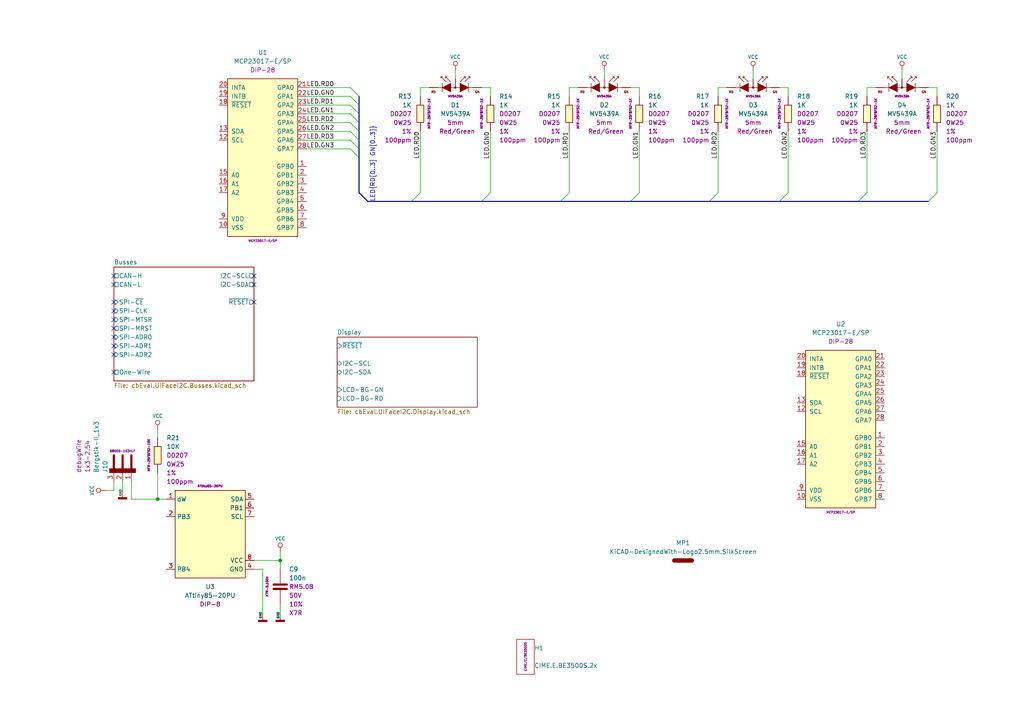
<source format=kicad_sch>
(kicad_sch (version 20231120) (generator "eeschema") (generator_version "8.0")
  (paper "A4")
  (lib_symbols
    (symbol "C.Generic.X7R.Radial:100n" (pin_numbers hide) (pin_names (offset 1.016) hide)
      (property "Reference" "C" (at 2.54 5.08 0))
      (property "Value" "100n" (at 2.54 2.54 0))
      (property "Package" "RM5.08" (at 2.54 0 0))
      (property "Voltage" "50V" (at 2.54 -2.54 0))
      (property "Tolerance" "10%" (at 2.54 -5.08 0))
      (property "Dielectric" "X7R" (at 2.54 -7.62 0))
      (property "ID" "X7R-5.100n" (at -3.81 0 90))
      (symbol "100n_0_1"
        (polyline (pts (xy -1.905 -0.635) (xy 1.905 -0.635)) (stroke (width 0.635)))
        (polyline (pts (xy -1.905 0.635) (xy 1.905 0.635)) (stroke (width 0.635)))
        (polyline (pts (xy 0 -2.54) (xy 0 -0.635)) (stroke (width 0.1524)))
        (polyline (pts (xy 0 0.635) (xy 0 2.54)) (stroke (width 0.1524)))
      )
      (symbol "100n_1_1"
        (pin passive line (at 0 5.08 270) (length 2.54) (name "~") (number "1"))
        (pin passive line (at 0 -5.08 90) (length 2.54) (name "~") (number "2"))
      )
    )
    (symbol "D.LED:MV5439A" (pin_numbers hide) (pin_names (offset 1.016) hide)
      (property "Reference" "D" (at 0 -5.08 0))
      (property "Value" "MV5439A" (at 0 -7.62 0))
      (property "Package" "5mm" (at 0 -10.16 0))
      (property "Color" " Red/Green" (at 0 -12.7 0))
      (property "ID" "MV5439A" (at 0 -2.54 0))
      (symbol "MV5439A_0_0"
        (text "GN" (at 6.35 -1.27 0) (effects (font (size 0.635 0.635))))
        (text "RD" (at -6.35 -1.27 0) (effects (font (size 0.635 0.635))))
      )
      (symbol "MV5439A_0_1"
        (polyline (pts (xy -5.08 0) (xy -3.81 0)))
        (polyline (pts (xy -4.191 3.175) (xy -3.683 3.175)))
        (polyline (pts (xy -3.81 1.27) (xy -3.81 -1.27)) (stroke (width 0.1524)))
        (polyline (pts (xy -1.27 0) (xy 0 0)))
        (polyline (pts (xy 1.27 0) (xy 0 0)))
        (polyline (pts (xy 3.81 1.27) (xy 3.81 -1.27)) (stroke (width 0.1524)))
        (polyline (pts (xy 4.191 3.175) (xy 3.683 3.175)))
        (polyline (pts (xy 5.08 0) (xy 3.81 0)))
        (polyline (pts (xy -2.667 1.651) (xy -4.191 3.175) (xy -4.191 2.667)))
        (polyline (pts (xy -1.27 1.27) (xy -3.81 0) (xy -1.27 -1.27)) (fill (type outline)))
        (polyline (pts (xy 1.27 1.27) (xy 3.81 0) (xy 1.27 -1.27)) (fill (type outline)))
        (polyline (pts (xy 2.667 1.651) (xy 4.191 3.175) (xy 4.191 2.667)))
        (polyline (pts (xy -1.397 1.651) (xy -2.921 3.175) (xy -2.921 2.667) (xy -2.921 3.175) (xy -2.413 3.175)))
        (polyline (pts (xy 1.397 1.651) (xy 2.921 3.175) (xy 2.921 2.667) (xy 2.921 3.175) (xy 2.413 3.175)))
        (circle (center 0 0) (radius 0.254) (fill (type outline)))
      )
      (symbol "MV5439A_1_1"
        (pin passive line (at -7.62 0 0) (length 2.54) (name "C-RD") (number "1"))
        (pin passive line (at 0 2.54 270) (length 2.54) (name "A") (number "2"))
        (pin passive line (at 7.62 0 180) (length 2.54) (name "C-GN") (number "3"))
      )
    )
    (symbol "H.Housing:CIME.E.BE3500S.4x"
      (property "Reference" "H" (at 2.54 2.54 0))
      (property "Value" "CIME.E.BE3500S.4x" (at 2.54 -2.54 0))
      (property "ID" "CIME/E/BE3500S" (at 0 0 90))
      (symbol "CIME.E.BE3500S.4x_0_1"
        (rectangle (start -2.54 5.08) (end 2.54 -5.08) (stroke (width 0.1524)))
      )
    )
    (symbol "J.PinHeader:Bergstik-II_1x3" (pin_names (offset 0.002) hide)
      (property "Reference" "J" (at -2.54 -5.08 0))
      (property "Value" "Bergstik-II_1x3" (at -2.54 -7.62 0))
      (property "Package" "1x3-2.54" (at -2.54 -10.16 0))
      (property "Usage" "Usage" (at -2.54 -12.7 0))
      (property "ID" "68000-103HLF" (at 3.81 0 90))
      (symbol "Bergstik-II_1x3_0_1"
        (rectangle (start -2.54 3.81) (end -1.27 -3.81) (stroke (width 0.0005)) (fill (type outline)))
        (polyline (pts (xy -1.27 -2.54) (xy 2.54 -2.54)) (stroke (width 0.635)))
        (polyline (pts (xy -1.27 0) (xy 2.54 0)) (stroke (width 0.635)))
        (polyline (pts (xy -1.27 2.54) (xy 2.54 2.54)) (stroke (width 0.635)))
      )
      (symbol "Bergstik-II_1x3_1_1"
        (pin passive line (at -5.08 2.54 0) (length 2.54) (name "A1") (number "1"))
        (pin passive line (at -5.08 0 0) (length 2.54) (name "A2") (number "2"))
        (pin passive line (at -5.08 -2.54 0) (length 2.54) (name "A3") (number "3"))
      )
    )
    (symbol "R.Yageo.MFR25:MFR-25FBF52-10K" (pin_numbers hide) (pin_names (offset 1.016) hide)
      (property "Reference" "R" (at 2.54 5.08 0))
      (property "Value" "10K" (at 2.54 2.54 0))
      (property "ID" "MFR-25FBF52-10K" (at -2.54 0 90))
      (property "Package" "D0207" (at 2.54 0 0))
      (property "Power" "0W25" (at 2.54 -2.54 0))
      (property "Tolerance" "1%" (at 2.54 -5.08 0))
      (property "TK" "100ppm" (at 2.54 -7.62 0))
      (symbol "MFR-25FBF52-10K_0_1"
        (rectangle (start -1.016 2.54) (end 1.016 -2.54) (stroke (width 0.2032)) (fill (type background)))
      )
      (symbol "MFR-25FBF52-10K_1_1"
        (pin passive line (at 0 5.08 270) (length 2.54) (name "~") (number "1"))
        (pin passive line (at 0 -5.08 90) (length 2.54) (name "~") (number "2"))
      )
    )
    (symbol "R.Yageo.MFR25:MFR-25FBF52-1K" (pin_numbers hide) (pin_names (offset 1.016) hide)
      (property "Reference" "R" (at 2.54 5.08 0))
      (property "Value" "1K" (at 2.54 2.54 0))
      (property "ID" "MFR-25FBF52-1K" (at -2.54 0 90))
      (property "Package" "D0207" (at 2.54 0 0))
      (property "Power" "0W25" (at 2.54 -2.54 0))
      (property "Tolerance" "1%" (at 2.54 -5.08 0))
      (property "TK" "100ppm" (at 2.54 -7.62 0))
      (symbol "MFR-25FBF52-1K_0_1"
        (rectangle (start -1.016 2.54) (end 1.016 -2.54) (stroke (width 0.2032)) (fill (type background)))
      )
      (symbol "MFR-25FBF52-1K_1_1"
        (pin passive line (at 0 5.08 270) (length 2.54) (name "~") (number "1"))
        (pin passive line (at 0 -5.08 90) (length 2.54) (name "~") (number "2"))
      )
    )
    (symbol "Supply:GND" (power) (pin_numbers hide) (pin_names (offset 0) hide)
      (property "Value" "GND" (at -0.635 -0.635 90))
      (symbol "GND_0_1"
        (rectangle (start -1.27 -2.032) (end 1.27 -2.54) (stroke (width 0.1524)) (fill (type outline)))
        (polyline (pts (xy 0 0) (xy 0 -2.032)) (stroke (width 0.1524)))
      )
      (symbol "GND_1_1"
        (pin power_in line (at 0 0 270) (length 0) hide (name "GND") (number "1"))
      )
    )
    (symbol "Supply:VCC" (power) (pin_numbers hide) (pin_names (offset 0) hide)
      (property "Value" "VCC" (at 0 3.81 0))
      (symbol "VCC_0_1"
        (polyline (pts (xy 0 0) (xy 0 1.27)))
        (circle (center 0 1.905) (radius 0.635))
      )
      (symbol "VCC_1_1"
        (pin power_in line (at 0 0 90) (length 0) hide (name "VCC") (number "1"))
      )
    )
    (symbol "Symbol:KiCAD-DesignedWith-Logo2.5mm.SilkScreen"
      (property "Reference" "MP" (at 0 0 0))
      (property "Value" "KiCAD-DesignedWith-Logo2.5mm.SilkScreen" (at 0 -2.54 0))
      (symbol "KiCAD-DesignedWith-Logo2.5mm.SilkScreen_0_1"
        (polyline (pts (xy -2.54 -5.08) (xy 2.54 -5.08)) (stroke (width 1.27)))
      )
    )
    (symbol "U.IO:MCP23017-E/SP" (pin_names (offset 1.016))
      (property "Reference" "U" (at 0 30.48 0))
      (property "Value" "MCP23017-E{slash}SP" (at 0 27.94 0))
      (property "Package" "DIP-28" (at 0 25.4 0))
      (property "ID" "MCP23017-E/SP" (at 0 -24.13 0))
      (symbol "MCP23017-E/SP_0_1"
        (rectangle (start -10.16 22.86) (end 10.16 -22.86) (stroke (width 0.2032)) (fill (type background)))
      )
      (symbol "MCP23017-E/SP_1_1"
        (pin bidirectional line (at 12.7 -2.54 180) (length 2.54) (name "GPB0") (number "1"))
        (pin power_in line (at -12.7 -20.32 0) (length 2.54) (name "VSS") (number "10"))
        (pin no_connect line (at -12.7 -12.7 0) (length 2.54) hide (name "NC") (number "11"))
        (pin open_collector line (at -12.7 5.08 0) (length 2.54) (name "SCL") (number "12"))
        (pin open_collector line (at -12.7 7.62 0) (length 2.54) (name "SDA") (number "13"))
        (pin no_connect line (at -12.7 -15.24 0) (length 2.54) hide (name "NC") (number "14"))
        (pin input line (at -12.7 -5.08 0) (length 2.54) (name "A0") (number "15"))
        (pin input line (at -12.7 -7.62 0) (length 2.54) (name "A1") (number "16"))
        (pin input line (at -12.7 -10.16 0) (length 2.54) (name "A2") (number "17"))
        (pin input line (at -12.7 15.24 0) (length 2.54) (name "~{RESET}") (number "18"))
        (pin open_collector line (at -12.7 17.78 0) (length 2.54) (name "INTB") (number "19"))
        (pin bidirectional line (at 12.7 -5.08 180) (length 2.54) (name "GPB1") (number "2"))
        (pin open_collector line (at -12.7 20.32 0) (length 2.54) (name "INTA") (number "20"))
        (pin bidirectional line (at 12.7 20.32 180) (length 2.54) (name "GPA0") (number "21"))
        (pin bidirectional line (at 12.7 17.78 180) (length 2.54) (name "GPA1") (number "22"))
        (pin bidirectional line (at 12.7 15.24 180) (length 2.54) (name "GPA2") (number "23"))
        (pin bidirectional line (at 12.7 12.7 180) (length 2.54) (name "GPA3") (number "24"))
        (pin bidirectional line (at 12.7 10.16 180) (length 2.54) (name "GPA4") (number "25"))
        (pin bidirectional line (at 12.7 7.62 180) (length 2.54) (name "GPA5") (number "26"))
        (pin bidirectional line (at 12.7 5.08 180) (length 2.54) (name "GPA6") (number "27"))
        (pin bidirectional line (at 12.7 2.54 180) (length 2.54) (name "GPA7") (number "28"))
        (pin bidirectional line (at 12.7 -7.62 180) (length 2.54) (name "GPB2") (number "3"))
        (pin bidirectional line (at 12.7 -10.16 180) (length 2.54) (name "GPB3") (number "4"))
        (pin bidirectional line (at 12.7 -12.7 180) (length 2.54) (name "GPB4") (number "5"))
        (pin bidirectional line (at 12.7 -15.24 180) (length 2.54) (name "GPB5") (number "6"))
        (pin bidirectional line (at 12.7 -17.78 180) (length 2.54) (name "GPB6") (number "7"))
        (pin bidirectional line (at 12.7 -20.32 180) (length 2.54) (name "GPB7") (number "8"))
        (pin power_in line (at -12.7 -17.78 0) (length 2.54) (name "VDD") (number "9"))
      )
    )
    (symbol "U.MCU:ATtiny85-20PU"
      (property "Reference" "U" (at 0 -15.24 0))
      (property "Value" "ATtiny85-20PU" (at 0 -17.78 0))
      (property "ID" "ATtiny85-20PU" (at 0 13.97 0))
      (property "Package" "DIP-8" (at 0 -20.32 0))
      (symbol "ATtiny85-20PU_0_0"
        (rectangle (start -10.16 12.7) (end 10.16 -12.7) (stroke (width 0.2032)) (fill (type background)))
      )
      (symbol "ATtiny85-20PU_1_1"
        (pin input line (at -12.7 10.16 0) (length 2.54) (name "dW") (number "1"))
        (pin bidirectional line (at -12.7 5.08 0) (length 2.54) (name "PB3") (number "2"))
        (pin bidirectional line (at -12.7 -10.16 0) (length 2.54) (name "PB4") (number "3"))
        (pin power_in line (at 12.7 -10.16 180) (length 2.54) (name "GND") (number "4"))
        (pin bidirectional line (at 12.7 10.16 180) (length 2.54) (name "PB0") (number "5") (alternate "SDA" open_collector line))
        (pin bidirectional line (at 12.7 7.62 180) (length 2.54) (name "PB1") (number "6"))
        (pin bidirectional line (at 12.7 5.08 180) (length 2.54) (name "PB2") (number "7") (alternate "SCL" open_collector line))
        (pin power_in line (at 12.7 -7.62 180) (length 2.54) (name "VCC") (number "8"))
      )
    )
  )
  (junction (at 81.28 162.56))
  (junction (at 45.72 144.78))
  (no_connect (at 73.66 87.63))
  (no_connect (at 33.02 87.63))
  (no_connect (at 33.02 107.95))
  (no_connect (at 33.02 97.79))
  (no_connect (at 33.02 100.33))
  (no_connect (at 33.02 90.17))
  (no_connect (at 73.66 82.55))
  (no_connect (at 73.66 80.01))
  (no_connect (at 33.02 80.01))
  (no_connect (at 33.02 92.71))
  (no_connect (at 33.02 82.55))
  (no_connect (at 33.02 95.25))
  (no_connect (at 33.02 102.87))
  (bus_entry (at 119.38 58.42) (size 2.54 -2.54))
  (bus_entry (at 104.14 27.94) (size -2.54 -2.54))
  (bus_entry (at 104.14 38.1) (size -2.54 -2.54))
  (bus_entry (at 104.14 33.02) (size -2.54 -2.54))
  (bus_entry (at 226.06 58.42) (size 2.54 -2.54))
  (bus_entry (at 104.14 43.18) (size -2.54 -2.54))
  (bus_entry (at 104.14 30.48) (size -2.54 -2.54))
  (bus_entry (at 182.88 58.42) (size 2.54 -2.54))
  (bus_entry (at 269.24 58.42) (size 2.54 -2.54))
  (bus_entry (at 248.92 58.42) (size 2.54 -2.54))
  (bus_entry (at 104.14 35.56) (size -2.54 -2.54))
  (bus_entry (at 205.74 58.42) (size 2.54 -2.54))
  (bus_entry (at 104.14 45.72) (size -2.54 -2.54))
  (bus_entry (at 162.56 58.42) (size 2.54 -2.54))
  (bus_entry (at 139.7 58.42) (size 2.54 -2.54))
  (bus_entry (at 104.14 40.64) (size -2.54 -2.54))
  (bus (pts (xy 205.74 58.42) (xy 226.06 58.42)))
  (wire (pts (xy 165.1 25.4) (xy 165.1 27.94)))
  (wire (pts (xy 88.9 25.4) (xy 101.6 25.4)))
  (wire (pts (xy 38.1 139.7) (xy 38.1 144.78)))
  (bus (pts (xy 104.14 30.48) (xy 104.14 33.02)))
  (wire (pts (xy 261.62 20.32) (xy 261.62 22.86)))
  (wire (pts (xy 182.88 25.4) (xy 185.42 25.4)))
  (bus (pts (xy 104.14 35.56) (xy 104.14 38.1)))
  (wire (pts (xy 228.6 38.1) (xy 228.6 55.88)))
  (bus (pts (xy 226.06 58.42) (xy 248.92 58.42)))
  (wire (pts (xy 88.9 43.18) (xy 101.6 43.18)))
  (bus (pts (xy 106.68 58.42) (xy 119.38 58.42)))
  (wire (pts (xy 33.02 139.7) (xy 33.02 142.24)))
  (wire (pts (xy 88.9 35.56) (xy 101.6 35.56)))
  (wire (pts (xy 81.28 175.26) (xy 81.28 177.8)))
  (bus (pts (xy 104.14 45.72) (xy 104.14 55.88)))
  (wire (pts (xy 88.9 27.94) (xy 101.6 27.94)))
  (wire (pts (xy 165.1 38.1) (xy 165.1 55.88)))
  (wire (pts (xy 81.28 162.56) (xy 81.28 165.1)))
  (bus (pts (xy 104.14 33.02) (xy 104.14 35.56)))
  (wire (pts (xy 132.08 20.32) (xy 132.08 22.86)))
  (wire (pts (xy 142.24 38.1) (xy 142.24 55.88)))
  (bus (pts (xy 104.14 40.64) (xy 104.14 43.18)))
  (wire (pts (xy 73.66 165.1) (xy 76.2 165.1)))
  (wire (pts (xy 121.92 25.4) (xy 124.46 25.4)))
  (wire (pts (xy 73.66 162.56) (xy 81.28 162.56)))
  (bus (pts (xy 104.14 38.1) (xy 104.14 40.64)))
  (wire (pts (xy 218.44 20.32) (xy 218.44 22.86)))
  (wire (pts (xy 226.06 25.4) (xy 228.6 25.4)))
  (wire (pts (xy 30.48 142.24) (xy 33.02 142.24)))
  (wire (pts (xy 121.92 25.4) (xy 121.92 27.94)))
  (wire (pts (xy 88.9 40.64) (xy 101.6 40.64)))
  (wire (pts (xy 251.46 25.4) (xy 254 25.4)))
  (wire (pts (xy 88.9 30.48) (xy 101.6 30.48)))
  (wire (pts (xy 208.28 25.4) (xy 208.28 27.94)))
  (wire (pts (xy 208.28 38.1) (xy 208.28 55.88)))
  (wire (pts (xy 175.26 20.32) (xy 175.26 22.86)))
  (wire (pts (xy 45.72 144.78) (xy 48.26 144.78)))
  (bus (pts (xy 104.14 27.94) (xy 104.14 30.48)))
  (bus (pts (xy 119.38 58.42) (xy 139.7 58.42)))
  (wire (pts (xy 271.78 25.4) (xy 271.78 27.94)))
  (bus (pts (xy 182.88 58.42) (xy 205.74 58.42)))
  (bus (pts (xy 162.56 58.42) (xy 182.88 58.42)))
  (wire (pts (xy 208.28 25.4) (xy 210.82 25.4)))
  (wire (pts (xy 45.72 124.46) (xy 45.72 127)))
  (wire (pts (xy 121.92 38.1) (xy 121.92 55.88)))
  (wire (pts (xy 142.24 25.4) (xy 142.24 27.94)))
  (wire (pts (xy 185.42 38.1) (xy 185.42 55.88)))
  (wire (pts (xy 271.78 38.1) (xy 271.78 55.88)))
  (bus (pts (xy 139.7 58.42) (xy 162.56 58.42)))
  (wire (pts (xy 88.9 38.1) (xy 101.6 38.1)))
  (wire (pts (xy 251.46 38.1) (xy 251.46 55.88)))
  (wire (pts (xy 45.72 137.16) (xy 45.72 144.78)))
  (wire (pts (xy 251.46 25.4) (xy 251.46 27.94)))
  (wire (pts (xy 165.1 25.4) (xy 167.64 25.4)))
  (bus (pts (xy 104.14 55.88) (xy 106.68 58.42)))
  (wire (pts (xy 38.1 144.78) (xy 45.72 144.78)))
  (wire (pts (xy 35.56 139.7) (xy 35.56 142.24)))
  (wire (pts (xy 81.28 160.02) (xy 81.28 162.56)))
  (wire (pts (xy 185.42 25.4) (xy 185.42 27.94)))
  (bus (pts (xy 104.14 43.18) (xy 104.14 45.72)))
  (wire (pts (xy 76.2 165.1) (xy 76.2 177.8)))
  (wire (pts (xy 88.9 33.02) (xy 101.6 33.02)))
  (wire (pts (xy 269.24 25.4) (xy 271.78 25.4)))
  (wire (pts (xy 139.7 25.4) (xy 142.24 25.4)))
  (bus (pts (xy 248.92 58.42) (xy 269.24 58.42)))
  (wire (pts (xy 228.6 25.4) (xy 228.6 27.94)))
  (label "LED.GN3" (at 271.78 38.1 270))
  (label "LED.GN3" (at 88.9 43.18 0))
  (label "LED.RD0" (at 121.92 38.1 270))
  (label "LED.GN1" (at 88.9 33.02 0))
  (label "LED.GN2" (at 228.6 38.1 270))
  (label "LED{RD[0..3] GN[0..3]}" (at 109.22 58.42 90))
  (label "LED.GN0" (at 88.9 27.94 0))
  (label "LED.RD2" (at 88.9 35.56 0))
  (label "LED.RD3" (at 251.46 38.1 270))
  (label "LED.RD3" (at 88.9 40.64 0))
  (label "LED.RD1" (at 88.9 30.48 0))
  (label "LED.GN1" (at 185.42 38.1 270))
  (label "LED.RD2" (at 208.28 38.1 270))
  (label "LED.RD1" (at 165.1 38.1 270))
  (label "LED.RD0" (at 88.9 25.4 0))
  (label "LED.GN0" (at 142.24 38.1 270))
  (label "LED.GN2" (at 88.9 38.1 0))
  (symbol (lib_id "R.Yageo.MFR25:MFR-25FBF52-1K") (at 185.42 33.02 0) (unit 1)
    (property "Reference" "R16" (at 187.96 27.94 0) (effects (justify left)))
    (property "Value" "1K" (at 187.96 30.48 0) (effects (justify left)))
    (property "Footprint" "Resistor_THT:R_Axial_DIN0207_L6.3mm_D2.5mm_P10.16mm_Horizontal" (effects (hide yes)))
    (property "Datasheet" "https://www.yageo.com/upload/media/product/productsearch/datasheet/lr/YAGEO%20MFR_datasheet_2021v1.pdf" (effects (hide yes)))
    (property "Description" "General Purpose Metal Film Resistor" (effects (hide yes)))
    (property "ID" "MFR-25FBF52-1K" (at 182.88 33.02 90) (effects (font (size 0.635 0.635) (italic yes))))
    (property "Package" "D0207" (at 187.96 33.02 0) (effects (justify left)))
    (property "Power" "0W25" (at 187.96 35.56 0) (effects (justify left)))
    (property "Tolerance" "1%" (at 187.96 38.1 0) (effects (justify left)))
    (property "TK" "100ppm" (at 187.96 40.64 0) (effects (justify left)))
  )
  (symbol (lib_id "U.MCU:ATtiny85-20PU") (at 60.96 154.94 0) (unit 1)
    (property "Reference" "U3" (at 60.96 170.18 0))
    (property "Value" "ATtiny85-20PU" (at 60.96 172.72 0))
    (property "Footprint" "Package_DIP:DIP-8_W7.62mm" (effects (hide yes)))
    (property "Datasheet" "https://ww1.microchip.com/downloads/en/DeviceDoc/Atmel-2586-AVR-8-bit-Microcontroller-ATtiny25-ATtiny45-ATtiny85_Datasheet.pdf" (effects (hide yes)))
    (property "Description" "Atmel 8-bit AVR Microcontroller with 2/4/8K Bytes In-System Programmable Flash" (effects (hide yes)))
    (property "ID" "ATtiny85-20PU" (at 60.96 140.97 0) (effects (font (size 0.635 0.635))))
    (property "Package" "DIP-8" (at 60.96 175.26 0))
    (pin "5" (alternate "SDA"))
    (pin "7" (alternate "SCL"))
  )
  (symbol (lib_id "R.Yageo.MFR25:MFR-25FBF52-1K") (at 228.6 33.02 0) (unit 1)
    (property "Reference" "R18" (at 231.14 27.94 0) (effects (justify left)))
    (property "Value" "1K" (at 231.14 30.48 0) (effects (justify left)))
    (property "Footprint" "Resistor_THT:R_Axial_DIN0207_L6.3mm_D2.5mm_P10.16mm_Horizontal" (effects (hide yes)))
    (property "Datasheet" "https://www.yageo.com/upload/media/product/productsearch/datasheet/lr/YAGEO%20MFR_datasheet_2021v1.pdf" (effects (hide yes)))
    (property "Description" "General Purpose Metal Film Resistor" (effects (hide yes)))
    (property "ID" "MFR-25FBF52-1K" (at 226.06 33.02 90) (effects (font (size 0.635 0.635) (italic yes))))
    (property "Package" "D0207" (at 231.14 33.02 0) (effects (justify left)))
    (property "Power" "0W25" (at 231.14 35.56 0) (effects (justify left)))
    (property "Tolerance" "1%" (at 231.14 38.1 0) (effects (justify left)))
    (property "TK" "100ppm" (at 231.14 40.64 0) (effects (justify left)))
  )
  (symbol (lib_id "Supply:GND") (at 76.2 177.8 0) (unit 1)
    (property "Reference" "#PWR040" (effects (hide yes)))
    (property "Value" "GND" (at 75.565 178.435 90) (effects (font (size 0.635 0.635))))
    (property "Description" "Power flag, ground" (effects (hide yes)))
  )
  (symbol (lib_id "R.Yageo.MFR25:MFR-25FBF52-1K") (at 271.78 33.02 0) (unit 1)
    (property "Reference" "R20" (at 274.32 27.94 0) (effects (justify left)))
    (property "Value" "1K" (at 274.32 30.48 0) (effects (justify left)))
    (property "Footprint" "Resistor_THT:R_Axial_DIN0207_L6.3mm_D2.5mm_P10.16mm_Horizontal" (effects (hide yes)))
    (property "Datasheet" "https://www.yageo.com/upload/media/product/productsearch/datasheet/lr/YAGEO%20MFR_datasheet_2021v1.pdf" (effects (hide yes)))
    (property "Description" "General Purpose Metal Film Resistor" (effects (hide yes)))
    (property "ID" "MFR-25FBF52-1K" (at 269.24 33.02 90) (effects (font (size 0.635 0.635) (italic yes))))
    (property "Package" "D0207" (at 274.32 33.02 0) (effects (justify left)))
    (property "Power" "0W25" (at 274.32 35.56 0) (effects (justify left)))
    (property "Tolerance" "1%" (at 274.32 38.1 0) (effects (justify left)))
    (property "TK" "100ppm" (at 274.32 40.64 0) (effects (justify left)))
  )
  (symbol (lib_id "Symbol:KiCAD-DesignedWith-Logo2.5mm.SilkScreen") (at 198.12 157.48 0) (unit 1)
    (property "Reference" "MP1" (at 198.12 157.48 0))
    (property "Value" "KiCAD-DesignedWith-Logo2.5mm.SilkScreen" (at 198.12 160.02 0))
    (property "Footprint" "Symbol:KiCad-Logo2_5mm_SilkScreen" (effects (hide yes)))
  )
  (symbol (lib_id "Supply:VCC") (at 218.44 20.32 0) (unit 1)
    (property "Reference" "#PWR038" (effects (hide yes)))
    (property "Value" "VCC" (at 218.44 16.51 0) (effects (font (size 1.016 1.016))))
    (property "Description" "Power flag, VCC" (effects (hide yes)))
  )
  (symbol (lib_id "U.IO:MCP23017-E/SP") (at 76.2 45.72 0) (unit 1)
    (property "Reference" "U1" (at 76.2 15.24 0))
    (property "Value" "MCP23017-E/SP" (at 76.2 17.78 0))
    (property "Footprint" "Package_DIP:DIP-28_W7.62mm" (effects (hide yes)))
    (property "Datasheet" "https://ww1.microchip.com/downloads/en/DeviceDoc/20001952C.pdf" (effects (hide yes)))
    (property "Description" "16-Bit I/O Expander with Serial Interface" (effects (hide yes)))
    (property "Package" "DIP-28" (at 76.2 20.32 0))
    (property "ID" "MCP23017-E/SP" (at 76.2 69.85 0) (effects (font (size 0.635 0.635))))
  )
  (symbol (lib_id "R.Yageo.MFR25:MFR-25FBF52-1K") (at 121.92 33.02 0) (mirror y) (unit 1)
    (property "Reference" "R13" (at 119.38 27.94 0) (effects (justify left)))
    (property "Value" "1K" (at 119.38 30.48 0) (effects (justify left)))
    (property "Footprint" "Resistor_THT:R_Axial_DIN0207_L6.3mm_D2.5mm_P10.16mm_Horizontal" (effects (hide yes)))
    (property "Datasheet" "https://www.yageo.com/upload/media/product/productsearch/datasheet/lr/YAGEO%20MFR_datasheet_2021v1.pdf" (effects (hide yes)))
    (property "Description" "General Purpose Metal Film Resistor" (effects (hide yes)))
    (property "ID" "MFR-25FBF52-1K" (at 124.46 33.02 90) (effects (font (size 0.635 0.635) (italic yes))))
    (property "Package" "D0207" (at 119.38 33.02 0) (effects (justify left)))
    (property "Power" "0W25" (at 119.38 35.56 0) (effects (justify left)))
    (property "Tolerance" "1%" (at 119.38 38.1 0) (effects (justify left)))
    (property "TK" "100ppm" (at 119.38 40.64 0) (effects (justify left)))
  )
  (symbol (lib_id "Supply:VCC") (at 175.26 20.32 0) (unit 1)
    (property "Reference" "#PWR037" (effects (hide yes)))
    (property "Value" "VCC" (at 175.26 16.51 0) (effects (font (size 1.016 1.016))))
    (property "Description" "Power flag, VCC" (effects (hide yes)))
  )
  (symbol (lib_id "C.Generic.X7R.Radial:100n") (at 81.28 170.18 0) (unit 1)
    (property "Reference" "C9" (at 83.82 165.1 0) (effects (justify left)))
    (property "Value" "100n" (at 83.82 167.64 0) (effects (justify left)))
    (property "Footprint" "BTech.Capacitor_THT:C_Disc_D5.0mm_W2.5mm_P5.08mm" (effects (hide yes)))
    (property "Description" "Vielschicht-Keramik-Kondensator" (effects (hide yes)))
    (property "Package" "RM5.08" (at 83.82 170.18 0) (effects (justify left)))
    (property "Voltage" "50V" (at 83.82 172.72 0) (effects (justify left)))
    (property "Tolerance" "10%" (at 83.82 175.26 0) (effects (justify left)))
    (property "Dielectric" "X7R" (at 83.82 177.8 0) (effects (justify left)))
    (property "ID" "X7R-5.100n" (at 77.47 170.18 90) (effects (font (size 0.635 0.635) (italic yes))))
  )
  (symbol (lib_id "D.LED:MV5439A") (at 218.44 25.4 0) (unit 1)
    (property "Reference" "D3" (at 218.44 30.48 0))
    (property "Value" "MV5439A" (at 218.44 33.02 0))
    (property "Footprint" "LED_THT:LED_D5.0mm-3" (effects (hide yes)))
    (property "Datasheet" "D.LED.WP115WEGW.pdf" (effects (hide yes)))
    (property "Description" "T-1 (5 mm) Bi-Color Indicator Lamp" (effects (hide yes)))
    (property "Package" "5mm" (at 218.44 35.56 0))
    (property "Color" " Red/Green" (at 218.44 38.1 0))
    (property "ID" "MV5439A" (at 218.44 27.94 0) (effects (font (size 0.635 0.635))))
  )
  (symbol (lib_id "Supply:GND") (at 81.28 177.8 0) (unit 1)
    (property "Reference" "#PWR041" (effects (hide yes)))
    (property "Value" "GND" (at 80.645 178.435 90) (effects (font (size 0.635 0.635))))
    (property "Description" "Power flag, ground" (effects (hide yes)))
  )
  (symbol (lib_id "Supply:VCC") (at 81.28 160.02 0) (unit 1)
    (property "Reference" "#PWR042" (effects (hide yes)))
    (property "Value" "VCC" (at 81.28 156.21 0) (effects (font (size 1.016 1.016))))
    (property "Description" "Power flag, VCC" (effects (hide yes)))
  )
  (symbol (lib_id "U.IO:MCP23017-E/SP") (at 243.84 124.46 0) (unit 1)
    (property "Reference" "U2" (at 243.84 93.98 0))
    (property "Value" "MCP23017-E/SP" (at 243.84 96.52 0))
    (property "Footprint" "Package_DIP:DIP-28_W7.62mm" (effects (hide yes)))
    (property "Datasheet" "https://ww1.microchip.com/downloads/en/DeviceDoc/20001952C.pdf" (effects (hide yes)))
    (property "Description" "16-Bit I/O Expander with Serial Interface" (effects (hide yes)))
    (property "Package" "DIP-28" (at 243.84 99.06 0))
    (property "ID" "MCP23017-E/SP" (at 243.84 148.59 0) (effects (font (size 0.635 0.635))))
  )
  (symbol (lib_id "Supply:VCC") (at 261.62 20.32 0) (unit 1)
    (property "Reference" "#PWR039" (effects (hide yes)))
    (property "Value" "VCC" (at 261.62 16.51 0) (effects (font (size 1.016 1.016))))
    (property "Description" "Power flag, VCC" (effects (hide yes)))
  )
  (symbol (lib_id "H.Housing:CIME.E.BE3500S.4x") (at 152.4 190.5 0) (unit 1)
    (property "Reference" "H1" (at 154.94 187.96 0) (effects (justify left)))
    (property "Value" "CIME.E.BE3500S.2x" (at 154.94 193.04 0) (effects (justify left)))
    (property "Footprint" "BTech.PCB:Camdenboss.CIME.E.BE3500S.4x" (effects (hide yes)))
    (property "Datasheet" "https://cdn-reichelt.de/documents/datenblatt/C700/CIME_E.pdf" (effects (hide yes)))
    (property "Description" "Euro Series 107mm Empty Modular Interface Support" (effects (hide yes)))
    (property "ID" "CIME/E/BE3500S" (at 152.4 190.5 90) (effects (font (size 0.635 0.635) (italic yes))))
  )
  (symbol (lib_id "Supply:GND") (at 35.56 142.24 0) (unit 1)
    (property "Reference" "#PWR044" (effects (hide yes)))
    (property "Value" "GND" (at 34.925 142.875 90) (effects (font (size 0.635 0.635))))
    (property "Description" "Power flag, ground" (effects (hide yes)))
  )
  (symbol (lib_id "R.Yageo.MFR25:MFR-25FBF52-10K") (at 45.72 132.08 0) (unit 1)
    (property "Reference" "R21" (at 48.26 127 0) (effects (justify left)))
    (property "Value" "10K" (at 48.26 129.54 0) (effects (justify left)))
    (property "Footprint" "Resistor_THT:R_Axial_DIN0207_L6.3mm_D2.5mm_P10.16mm_Horizontal" (effects (hide yes)))
    (property "Datasheet" "https://www.yageo.com/upload/media/product/productsearch/datasheet/lr/YAGEO%20MFR_datasheet_2021v1.pdf" (effects (hide yes)))
    (property "Description" "General Purpose Metal Film Resistor" (effects (hide yes)))
    (property "ID" "MFR-25FBF52-10K" (at 43.18 132.08 90) (effects (font (size 0.635 0.635) (italic yes))))
    (property "Package" "D0207" (at 48.26 132.08 0) (effects (justify left)))
    (property "Power" "0W25" (at 48.26 134.62 0) (effects (justify left)))
    (property "Tolerance" "1%" (at 48.26 137.16 0) (effects (justify left)))
    (property "TK" "100ppm" (at 48.26 139.7 0) (effects (justify left)))
  )
  (symbol (lib_id "D.LED:MV5439A") (at 261.62 25.4 0) (unit 1)
    (property "Reference" "D4" (at 261.62 30.48 0))
    (property "Value" "MV5439A" (at 261.62 33.02 0))
    (property "Footprint" "LED_THT:LED_D5.0mm-3" (effects (hide yes)))
    (property "Datasheet" "D.LED.WP115WEGW.pdf" (effects (hide yes)))
    (property "Description" "T-1 (5 mm) Bi-Color Indicator Lamp" (effects (hide yes)))
    (property "Package" "5mm" (at 261.62 35.56 0))
    (property "Color" " Red/Green" (at 261.62 38.1 0))
    (property "ID" "MV5439A" (at 261.62 27.94 0) (effects (font (size 0.635 0.635))))
  )
  (symbol (lib_id "D.LED:MV5439A") (at 175.26 25.4 0) (unit 1)
    (property "Reference" "D2" (at 175.26 30.48 0))
    (property "Value" "MV5439A" (at 175.26 33.02 0))
    (property "Footprint" "LED_THT:LED_D5.0mm-3" (effects (hide yes)))
    (property "Datasheet" "D.LED.WP115WEGW.pdf" (effects (hide yes)))
    (property "Description" "T-1 (5 mm) Bi-Color Indicator Lamp" (effects (hide yes)))
    (property "Package" "5mm" (at 175.26 35.56 0))
    (property "Color" " Red/Green" (at 175.26 38.1 0))
    (property "ID" "MV5439A" (at 175.26 27.94 0) (effects (font (size 0.635 0.635))))
  )
  (symbol (lib_id "Supply:VCC") (at 132.08 20.32 0) (unit 1)
    (property "Reference" "#PWR036" (effects (hide yes)))
    (property "Value" "VCC" (at 132.08 16.51 0) (effects (font (size 1.016 1.016))))
    (property "Description" "Power flag, VCC" (effects (hide yes)))
  )
  (symbol (lib_id "Supply:VCC") (at 45.72 124.46 0) (unit 1)
    (property "Reference" "#PWR043" (effects (hide yes)))
    (property "Value" "VCC" (at 45.72 120.65 0) (effects (font (size 1.016 1.016))))
    (property "Description" "Power flag, VCC" (effects (hide yes)))
  )
  (symbol (lib_id "Supply:VCC") (at 30.48 142.24 90) (unit 1)
    (property "Reference" "#PWR045" (effects (hide yes)))
    (property "Value" "VCC" (at 26.67 142.24 0) (effects (font (size 1.016 1.016))))
    (property "Description" "Power flag, VCC" (effects (hide yes)))
  )
  (symbol (lib_id "D.LED:MV5439A") (at 132.08 25.4 0) (unit 1)
    (property "Reference" "D1" (at 132.08 30.48 0))
    (property "Value" "MV5439A" (at 132.08 33.02 0))
    (property "Footprint" "LED_THT:LED_D5.0mm-3" (effects (hide yes)))
    (property "Datasheet" "D.LED.WP115WEGW.pdf" (effects (hide yes)))
    (property "Description" "T-1 (5 mm) Bi-Color Indicator Lamp" (effects (hide yes)))
    (property "Package" "5mm" (at 132.08 35.56 0))
    (property "Color" " Red/Green" (at 132.08 38.1 0))
    (property "ID" "MV5439A" (at 132.08 27.94 0) (effects (font (size 0.635 0.635))))
  )
  (symbol (lib_id "R.Yageo.MFR25:MFR-25FBF52-1K") (at 251.46 33.02 0) (mirror y) (unit 1)
    (property "Reference" "R19" (at 248.92 27.94 0) (effects (justify left)))
    (property "Value" "1K" (at 248.92 30.48 0) (effects (justify left)))
    (property "Footprint" "Resistor_THT:R_Axial_DIN0207_L6.3mm_D2.5mm_P10.16mm_Horizontal" (effects (hide yes)))
    (property "Datasheet" "https://www.yageo.com/upload/media/product/productsearch/datasheet/lr/YAGEO%20MFR_datasheet_2021v1.pdf" (effects (hide yes)))
    (property "Description" "General Purpose Metal Film Resistor" (effects (hide yes)))
    (property "ID" "MFR-25FBF52-1K" (at 254 33.02 90) (effects (font (size 0.635 0.635) (italic yes))))
    (property "Package" "D0207" (at 248.92 33.02 0) (effects (justify left)))
    (property "Power" "0W25" (at 248.92 35.56 0) (effects (justify left)))
    (property "Tolerance" "1%" (at 248.92 38.1 0) (effects (justify left)))
    (property "TK" "100ppm" (at 248.92 40.64 0) (effects (justify left)))
  )
  (symbol (lib_id "J.PinHeader:Bergstik-II_1x3") (at 35.56 134.62 270) (mirror x) (unit 1)
    (property "Reference" "J10" (at 30.48 137.16 0) (effects (justify left)))
    (property "Value" "Bergstik-II_1x3" (at 27.94 137.16 0) (effects (justify left)))
    (property "Footprint" "Connector_PinHeader_2.54mm:PinHeader_1x03_P2.54mm_Vertical" (effects (hide yes)))
    (property "Datasheet" "https://cdn.amphenol-icc.com/media/wysiwyg/files/drawing/68000.pdf?__cf_chl_jschl_tk__=264da0a199af1bdefb04026963ad3c85a073036f-1615910483-0-AaX8LtgG8apEDzGIqgzQ0aoAKWkj50oj4JyeD-4a-BjpVTotUkz0b9CwK48SctxW9RfQ29uHK-g8U4Q7W950UfkLI47M2h-zbxXP0QVGLOROToQCZGWcFC-c_QilEUacZTRKDvvL4FAsQqyycsf3m4Eg-isf3_QP12ONd_wWQcMNK-LuQ3eyU0ZB_uGz-1tHBPJYyv3B6ZQ-xQw3v8oWI_eE_zzEWbIWrLFoFf6eZXoAoT5Y4wJiyDXoV-vBmq5F4mSG8H7EqnWkU4EpxDA2-swokem-Q60MTknd4E9RK0nSmJU_PhEDac0Sb3Im75HD1QHXcTu1yMJzQCNpgpofH-wmgz79VfPk4ttpW38ZPDdPIxv_B7gR4gWWdhvgQyW6byYqLE8E5a8tpA31lZkCN19ufDO8SqP6UAFJscCeeydKEgOe2Ksu_LJQubib6v3-6A" (effects (hide yes)))
    (property "Description" "Jumper, 3-pole, open" (effects (hide yes)))
    (property "Package" "1x3-2.54" (at 25.4 137.16 0) (effects (justify left)))
    (property "Usage" "debugWire" (at 22.86 137.16 0) (effects (justify left)))
    (property "ID" "68000-103HLF" (at 35.56 130.81 90) (effects (font (size 0.635 0.635))))
  )
  (symbol (lib_id "R.Yageo.MFR25:MFR-25FBF52-1K") (at 208.28 33.02 0) (mirror y) (unit 1)
    (property "Reference" "R17" (at 205.74 27.94 0) (effects (justify left)))
    (property "Value" "1K" (at 205.74 30.48 0) (effects (justify left)))
    (property "Footprint" "Resistor_THT:R_Axial_DIN0207_L6.3mm_D2.5mm_P10.16mm_Horizontal" (effects (hide yes)))
    (property "Datasheet" "https://www.yageo.com/upload/media/product/productsearch/datasheet/lr/YAGEO%20MFR_datasheet_2021v1.pdf" (effects (hide yes)))
    (property "Description" "General Purpose Metal Film Resistor" (effects (hide yes)))
    (property "ID" "MFR-25FBF52-1K" (at 210.82 33.02 90) (effects (font (size 0.635 0.635) (italic yes))))
    (property "Package" "D0207" (at 205.74 33.02 0) (effects (justify left)))
    (property "Power" "0W25" (at 205.74 35.56 0) (effects (justify left)))
    (property "Tolerance" "1%" (at 205.74 38.1 0) (effects (justify left)))
    (property "TK" "100ppm" (at 205.74 40.64 0) (effects (justify left)))
  )
  (symbol (lib_id "R.Yageo.MFR25:MFR-25FBF52-1K") (at 142.24 33.02 0) (unit 1)
    (property "Reference" "R14" (at 144.78 27.94 0) (effects (justify left)))
    (property "Value" "1K" (at 144.78 30.48 0) (effects (justify left)))
    (property "Footprint" "Resistor_THT:R_Axial_DIN0207_L6.3mm_D2.5mm_P10.16mm_Horizontal" (effects (hide yes)))
    (property "Datasheet" "https://www.yageo.com/upload/media/product/productsearch/datasheet/lr/YAGEO%20MFR_datasheet_2021v1.pdf" (effects (hide yes)))
    (property "Description" "General Purpose Metal Film Resistor" (effects (hide yes)))
    (property "ID" "MFR-25FBF52-1K" (at 139.7 33.02 90) (effects (font (size 0.635 0.635) (italic yes))))
    (property "Package" "D0207" (at 144.78 33.02 0) (effects (justify left)))
    (property "Power" "0W25" (at 144.78 35.56 0) (effects (justify left)))
    (property "Tolerance" "1%" (at 144.78 38.1 0) (effects (justify left)))
    (property "TK" "100ppm" (at 144.78 40.64 0) (effects (justify left)))
  )
  (symbol (lib_id "R.Yageo.MFR25:MFR-25FBF52-1K") (at 165.1 33.02 0) (mirror y) (unit 1)
    (property "Reference" "R15" (at 162.56 27.94 0) (effects (justify left)))
    (property "Value" "1K" (at 162.56 30.48 0) (effects (justify left)))
    (property "Footprint" "Resistor_THT:R_Axial_DIN0207_L6.3mm_D2.5mm_P10.16mm_Horizontal" (effects (hide yes)))
    (property "Datasheet" "https://www.yageo.com/upload/media/product/productsearch/datasheet/lr/YAGEO%20MFR_datasheet_2021v1.pdf" (effects (hide yes)))
    (property "Description" "General Purpose Metal Film Resistor" (effects (hide yes)))
    (property "ID" "MFR-25FBF52-1K" (at 167.64 33.02 90) (effects (font (size 0.635 0.635) (italic yes))))
    (property "Package" "D0207" (at 162.56 33.02 0) (effects (justify left)))
    (property "Power" "0W25" (at 162.56 35.56 0) (effects (justify left)))
    (property "Tolerance" "1%" (at 162.56 38.1 0) (effects (justify left)))
    (property "TK" "100ppm" (at 162.56 40.64 0) (effects (justify left)))
  )
  (sheet (at 33.02 77.47) (size 40.64 33.02) (stroke (width 0.1524))
    (property "Sheetname" "Busses" (at 33.02 76.7584 0) (effects (justify left bottom)))
    (property "Sheetfile" "cbEval.UIFaceI2C.Busses.kicad_sch" (at 33.02 111.0746 0) (effects (justify left top)))
    (pin "I2C-SDA" passive (at 73.66 82.55 0))
    (pin "I2C-SCL" passive (at 73.66 80.01 0))
    (pin "~{RESET}" output (at 73.66 87.63 0))
    (pin "CAN-L" passive (at 33.02 82.55 180))
    (pin "CAN-H" passive (at 33.02 80.01 180))
    (pin "SPI-MTSR" input (at 33.02 92.71 180))
    (pin "One-Wire" passive (at 33.02 107.95 180))
    (pin "SPI-MRST" output (at 33.02 95.25 180))
    (pin "SPI-ADR1" input (at 33.02 100.33 180))
    (pin "SPI-CLK" input (at 33.02 90.17 180))
    (pin "SPI-~{CE}" input (at 33.02 87.63 180))
    (pin "SPI-ADR0" input (at 33.02 97.79 180))
    (pin "SPI-ADR2" input (at 33.02 102.87 180))
  )
  (sheet (at 97.79 97.79) (size 40.64 20.32) (stroke (width 0.1524))
    (property "Sheetname" "Display" (at 97.79 97.0784 0) (effects (justify left bottom)))
    (property "Sheetfile" "cbEval.UIFaceI2C.Display.kicad_sch" (at 97.79 118.6946 0) (effects (justify left top)))
    (pin "I2C-SCL" bidirectional (at 97.79 105.41 180))
    (pin "I2C-SDA" bidirectional (at 97.79 107.95 180))
    (pin "~{RESET}" input (at 97.79 100.33 180))
    (pin "LCD-BG-GN" input (at 97.79 113.03 180))
    (pin "LCD-BG-RD" input (at 97.79 115.57 180))
  )
)
</source>
